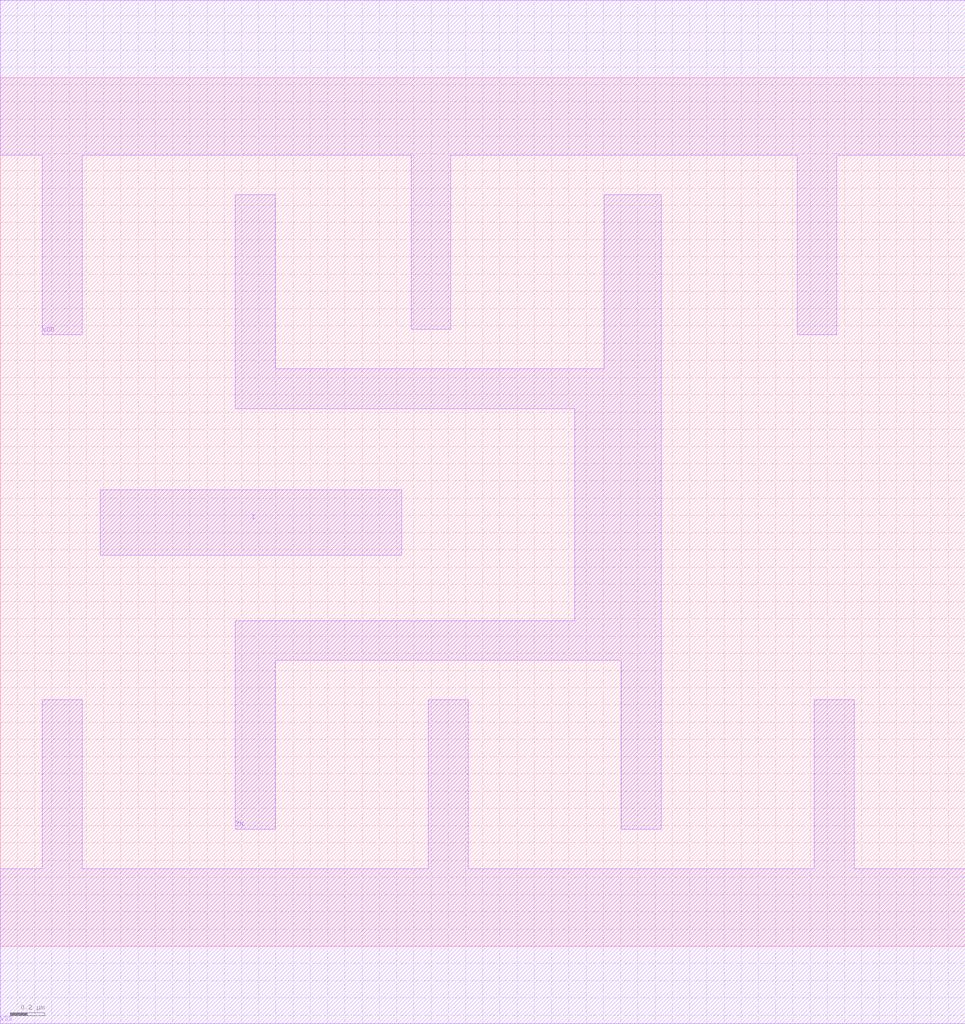
<source format=lef>
# Copyright 2022 GlobalFoundries PDK Authors
#
# Licensed under the Apache License, Version 2.0 (the "License");
# you may not use this file except in compliance with the License.
# You may obtain a copy of the License at
#
#      http://www.apache.org/licenses/LICENSE-2.0
#
# Unless required by applicable law or agreed to in writing, software
# distributed under the License is distributed on an "AS IS" BASIS,
# WITHOUT WARRANTIES OR CONDITIONS OF ANY KIND, either express or implied.
# See the License for the specific language governing permissions and
# limitations under the License.

MACRO gf180mcu_fd_sc_mcu9t5v0__inv_4
  CLASS core ;
  FOREIGN gf180mcu_fd_sc_mcu9t5v0__inv_4 0.0 0.0 ;
  ORIGIN 0 0 ;
  SYMMETRY X Y ;
  SITE GF018hv5v_green_sc9 ;
  SIZE 5.6 BY 5.04 ;
  PIN I
    DIRECTION INPUT ;
    ANTENNAGATEAREA 6.828 ;
    PORT
      LAYER Metal1 ;
        POLYGON 0.58 2.27 2.33 2.27 2.33 2.65 0.58 2.65  ;
    END
  END I
  PIN ZN
    DIRECTION OUTPUT ;
    ANTENNADIFFAREA 3.642 ;
    PORT
      LAYER Metal1 ;
        POLYGON 1.365 3.12 3.335 3.12 3.335 1.89 1.365 1.89 1.365 0.68 1.595 0.68 1.595 1.66 3.605 1.66 3.605 0.68 3.835 0.68 3.835 4.36 3.505 4.36 3.505 3.35 1.595 3.35 1.595 4.36 1.365 4.36  ;
    END
  END ZN
  PIN VDD
    DIRECTION INOUT ;
    USE power ;
    SHAPE ABUTMENT ;
    PORT
      LAYER Metal1 ;
        POLYGON 0 4.59 0.245 4.59 0.245 3.55 0.475 3.55 0.475 4.59 2.385 4.59 2.385 3.58 2.615 3.58 2.615 4.59 4.625 4.59 4.625 3.55 4.855 3.55 4.855 4.59 5.6 4.59 5.6 5.49 0 5.49  ;
    END
  END VDD
  PIN VSS
    DIRECTION INOUT ;
    USE ground ;
    SHAPE ABUTMENT ;
    PORT
      LAYER Metal1 ;
        POLYGON 0 -0.45 5.6 -0.45 5.6 0.45 4.955 0.45 4.955 1.43 4.725 1.43 4.725 0.45 2.715 0.45 2.715 1.43 2.485 1.43 2.485 0.45 0.475 0.45 0.475 1.43 0.245 1.43 0.245 0.45 0 0.45  ;
    END
  END VSS
END gf180mcu_fd_sc_mcu9t5v0__inv_4

</source>
